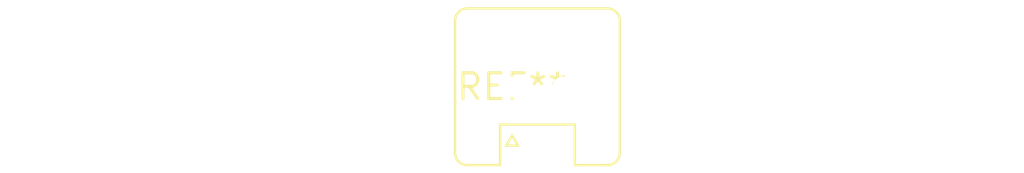
<source format=kicad_pcb>
(kicad_pcb (version 20240108) (generator pcbnew)
  (layers (0 "F.Cu" signal) (31 "B.Cu" signal) (34 "B.Paste" user) (35 "F.Paste" user) (36 "B.SilkS" user "B.Silkscreen") (37 "F.SilkS" user "F.Silkscreen") (38 "B.Mask" user) (39 "F.Mask" user) (44 "Edge.Cuts" user))
  (net 0 "")
  (footprint "Stocko_MKS_1652-6-0-202_1x2_P2.50mm_Vertical" (layer "F.Cu") (at 0 0)
    (property "Reference" "REF**")
    (property "Value" "Stocko_MKS_1652-6-0-202_1x2_P2.50mm_Vertical")
    (fp_line (start -2.81 -3.25) (end -2.81 3.25) (layer "F.SilkS") (stroke (width 0.12)))
    (fp_line (start -2.2 -3.86) (end 4.7 -3.86) (layer "F.SilkS") (stroke (width 0.12)))
    (fp_line (start -2.2 3.86) (end -0.59 3.86) (layer "F.SilkS") (stroke (width 0.12)))
    (fp_line (start -0.59 1.86) (end 3.09 1.86) (layer "F.SilkS") (stroke (width 0.12)))
    (fp_line (start -0.59 3.86) (end -0.59 1.86) (layer "F.SilkS") (stroke (width 0.12)))
    (fp_line (start -0.3 2.9) (end 0.3 2.9) (layer "F.SilkS") (stroke (width 0.12)))
    (fp_line (start 0 2.4) (end -0.3 2.9) (layer "F.SilkS") (stroke (width 0.12)))
    (fp_line (start 0.3 2.9) (end 0 2.4) (layer "F.SilkS") (stroke (width 0.12)))
    (fp_line (start 3.09 3.86) (end 3.09 1.86) (layer "F.SilkS") (stroke (width 0.12)))
    (fp_line (start 4.7 3.86) (end 3.09 3.86) (layer "F.SilkS") (stroke (width 0.12)))
    (fp_line (start 5.31 -3.25) (end 5.31 3.25) (layer "F.SilkS") (stroke (width 0.12)))
    (fp_arc (start -2.81 -3.25) (mid -2.631335 -3.681335) (end -2.2 -3.86) (layer "F.SilkS") (stroke (width 0.12)))
    (fp_arc (start -2.2 3.86) (mid -2.631335 3.681335) (end -2.81 3.25) (layer "F.SilkS") (stroke (width 0.12)))
    (fp_arc (start 4.7 -3.86) (mid 5.131335 -3.681335) (end 5.31 -3.25) (layer "F.SilkS") (stroke (width 0.12)))
    (fp_arc (start 5.31 3.25) (mid 5.131335 3.681335) (end 4.7 3.86) (layer "F.SilkS") (stroke (width 0.12)))
    (pad "1" thru_hole roundrect (at 0 0) (size 1.5 2) (drill 1) (layers *.Cu *.Mask) (remove_unused_layers))
    (pad "2" thru_hole oval (at 2.5 0) (size 1.5 2) (drill 1) (layers *.Cu *.Mask) (remove_unused_layers))
  )
)
</source>
